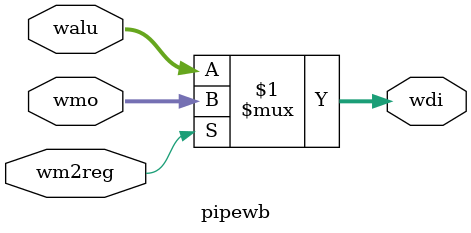
<source format=v>
module pipewb (
    input   [31:0]  walu,
    input   [31:0]  wmo,
    input           wm2reg,
    output  [31:0]  wdi
); 
    assign wdi = wm2reg ? wmo : walu;
endmodule
</source>
